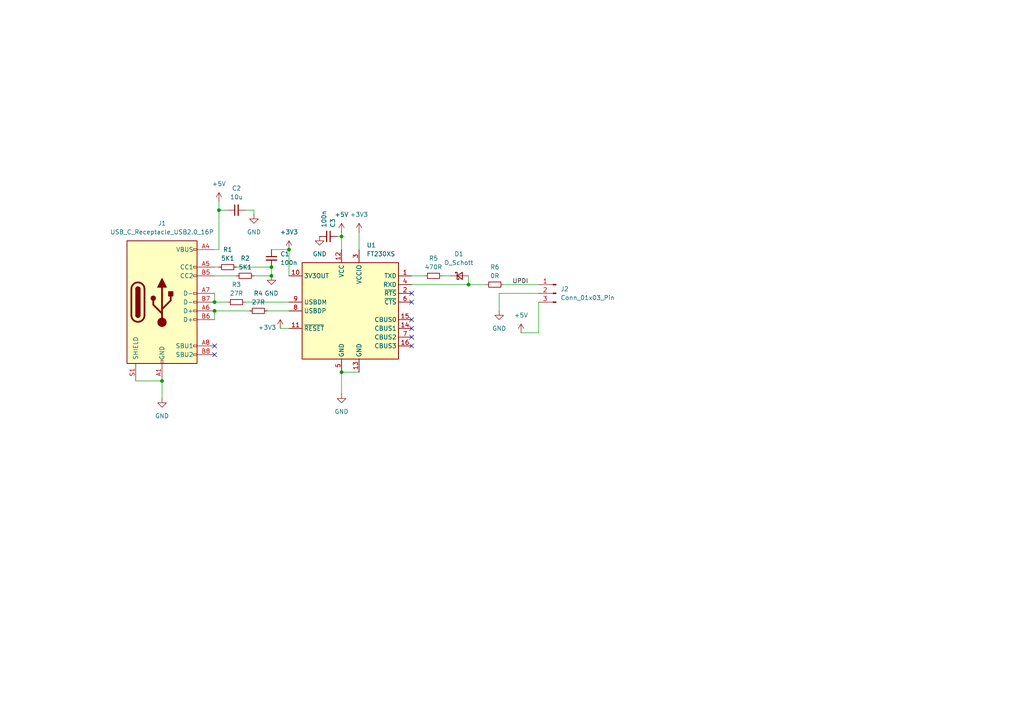
<source format=kicad_sch>
(kicad_sch (version 20231120) (generator "eeschema") (generator_version "8.0")
  (paper "A4")
  (lib_symbols
    (symbol "Connector:Conn_01x03_Pin" (pin_names (offset 1.016) hide)
      (property "Reference" "J" (at 0 5.08 0))
      (property "Value" "Conn_01x03_Pin" (at 0 -5.08 0))
      (symbol "Conn_01x03_Pin_1_1"
        (polyline (pts (xy 1.27 -2.54) (xy 0.8636 -2.54)) (stroke (width 0.1524)))
        (polyline (pts (xy 1.27 0) (xy 0.8636 0)) (stroke (width 0.1524)))
        (polyline (pts (xy 1.27 2.54) (xy 0.8636 2.54)) (stroke (width 0.1524)))
        (rectangle (start 0.8636 -2.413) (end 0 -2.667) (stroke (width 0.1524)) (fill (type outline)))
        (rectangle (start 0.8636 0.127) (end 0 -0.127) (stroke (width 0.1524)) (fill (type outline)))
        (rectangle (start 0.8636 2.667) (end 0 2.413) (stroke (width 0.1524)) (fill (type outline)))
        (pin passive line (at 5.08 2.54 180) (length 3.81) (name "Pin_1") (number "1"))
        (pin passive line (at 5.08 0 180) (length 3.81) (name "Pin_2") (number "2"))
        (pin passive line (at 5.08 -2.54 180) (length 3.81) (name "Pin_3") (number "3"))
      )
    )
    (symbol "Connector:USB_C_Receptacle_USB2.0_16P" (pin_names (offset 1.016))
      (property "Reference" "J" (at 0 22.225 0))
      (property "Value" "USB_C_Receptacle_USB2.0_16P" (at 0 19.685 0))
      (symbol "USB_C_Receptacle_USB2.0_16P_0_0"
        (rectangle (start -0.254 -17.78) (end 0.254 -16.764))
        (rectangle (start 10.16 -14.986) (end 9.144 -15.494))
        (rectangle (start 10.16 -12.446) (end 9.144 -12.954))
        (rectangle (start 10.16 -4.826) (end 9.144 -5.334))
        (rectangle (start 10.16 -2.286) (end 9.144 -2.794))
        (rectangle (start 10.16 0.254) (end 9.144 -0.254))
        (rectangle (start 10.16 2.794) (end 9.144 2.286))
        (rectangle (start 10.16 7.874) (end 9.144 7.366))
        (rectangle (start 10.16 10.414) (end 9.144 9.906))
        (rectangle (start 10.16 15.494) (end 9.144 14.986))
      )
      (symbol "USB_C_Receptacle_USB2.0_16P_0_1"
        (rectangle (start -10.16 17.78) (end 10.16 -17.78) (stroke (width 0.254)) (fill (type background)))
        (arc (start -8.89 -3.81) (mid -6.985 -5.7067) (end -5.08 -3.81) (stroke (width 0.508)))
        (arc (start -7.62 -3.81) (mid -6.985 -4.4423) (end -6.35 -3.81) (stroke (width 0.254)))
        (arc (start -7.62 -3.81) (mid -6.985 -4.4423) (end -6.35 -3.81) (stroke (width 0.254)) (fill (type outline)))
        (rectangle (start -7.62 -3.81) (end -6.35 3.81) (stroke (width 0.254)) (fill (type outline)))
        (arc (start -6.35 3.81) (mid -6.985 4.4423) (end -7.62 3.81) (stroke (width 0.254)))
        (arc (start -6.35 3.81) (mid -6.985 4.4423) (end -7.62 3.81) (stroke (width 0.254)) (fill (type outline)))
        (arc (start -5.08 3.81) (mid -6.985 5.7067) (end -8.89 3.81) (stroke (width 0.508)))
        (circle (center -2.54 1.143) (radius 0.635) (stroke (width 0.254)) (fill (type outline)))
        (circle (center 0 -5.842) (radius 1.27) (fill (type outline)))
        (polyline (pts (xy -8.89 -3.81) (xy -8.89 3.81)) (stroke (width 0.508)))
        (polyline (pts (xy -5.08 3.81) (xy -5.08 -3.81)) (stroke (width 0.508)))
        (polyline (pts (xy 0 -5.842) (xy 0 4.318)) (stroke (width 0.508)))
        (polyline (pts (xy 0 -3.302) (xy -2.54 -0.762) (xy -2.54 0.508)) (stroke (width 0.508)))
        (polyline (pts (xy 0 -2.032) (xy 2.54 0.508) (xy 2.54 1.778)) (stroke (width 0.508)))
        (polyline (pts (xy -1.27 4.318) (xy 0 6.858) (xy 1.27 4.318) (xy -1.27 4.318)) (stroke (width 0.254)) (fill (type outline)))
        (rectangle (start 1.905 1.778) (end 3.175 3.048) (stroke (width 0.254)) (fill (type outline)))
      )
      (symbol "USB_C_Receptacle_USB2.0_16P_1_1"
        (pin passive line (at 0 -22.86 90) (length 5.08) (name "GND") (number "A1"))
        (pin passive line (at 0 -22.86 90) (length 5.08) hide (name "GND") (number "A12"))
        (pin passive line (at 15.24 15.24 180) (length 5.08) (name "VBUS") (number "A4"))
        (pin bidirectional line (at 15.24 10.16 180) (length 5.08) (name "CC1") (number "A5"))
        (pin bidirectional line (at 15.24 -2.54 180) (length 5.08) (name "D+") (number "A6"))
        (pin bidirectional line (at 15.24 2.54 180) (length 5.08) (name "D-") (number "A7"))
        (pin bidirectional line (at 15.24 -12.7 180) (length 5.08) (name "SBU1") (number "A8"))
        (pin passive line (at 15.24 15.24 180) (length 5.08) hide (name "VBUS") (number "A9"))
        (pin passive line (at 0 -22.86 90) (length 5.08) hide (name "GND") (number "B1"))
        (pin passive line (at 0 -22.86 90) (length 5.08) hide (name "GND") (number "B12"))
        (pin passive line (at 15.24 15.24 180) (length 5.08) hide (name "VBUS") (number "B4"))
        (pin bidirectional line (at 15.24 7.62 180) (length 5.08) (name "CC2") (number "B5"))
        (pin bidirectional line (at 15.24 -5.08 180) (length 5.08) (name "D+") (number "B6"))
        (pin bidirectional line (at 15.24 0 180) (length 5.08) (name "D-") (number "B7"))
        (pin bidirectional line (at 15.24 -15.24 180) (length 5.08) (name "SBU2") (number "B8"))
        (pin passive line (at 15.24 15.24 180) (length 5.08) hide (name "VBUS") (number "B9"))
        (pin passive line (at -7.62 -22.86 90) (length 5.08) (name "SHIELD") (number "S1"))
      )
    )
    (symbol "Device:C_Small" (pin_numbers hide) (pin_names (offset 0.254) hide)
      (property "Reference" "C" (at 0.254 1.778 0))
      (property "Value" "C_Small" (at 0.254 -2.032 0))
      (symbol "C_Small_0_1"
        (polyline (pts (xy -1.524 -0.508) (xy 1.524 -0.508)) (stroke (width 0.3302)))
        (polyline (pts (xy -1.524 0.508) (xy 1.524 0.508)) (stroke (width 0.3048)))
      )
      (symbol "C_Small_1_1"
        (pin passive line (at 0 2.54 270) (length 2.032) (name "~") (number "1"))
        (pin passive line (at 0 -2.54 90) (length 2.032) (name "~") (number "2"))
      )
    )
    (symbol "Device:D_Schottky_Small" (pin_numbers hide) (pin_names (offset 0.254) hide)
      (property "Reference" "D" (at -1.27 2.032 0))
      (property "Value" "D_Schottky_Small" (at -7.112 -2.032 0))
      (symbol "D_Schottky_Small_0_1"
        (polyline (pts (xy -0.762 0) (xy 0.762 0)))
        (polyline (pts (xy 0.762 -1.016) (xy -0.762 0) (xy 0.762 1.016) (xy 0.762 -1.016)) (stroke (width 0.254)))
        (polyline (pts (xy -1.27 0.762) (xy -1.27 1.016) (xy -0.762 1.016) (xy -0.762 -1.016) (xy -0.254 -1.016) (xy -0.254 -0.762)) (stroke (width 0.254)))
      )
      (symbol "D_Schottky_Small_1_1"
        (pin passive line (at -2.54 0 0) (length 1.778) (name "K") (number "1"))
        (pin passive line (at 2.54 0 180) (length 1.778) (name "A") (number "2"))
      )
    )
    (symbol "Device:R_Small" (pin_numbers hide) (pin_names (offset 0.254) hide)
      (property "Reference" "R" (at 0.762 0.508 0))
      (property "Value" "R_Small" (at 0.762 -1.016 0))
      (symbol "R_Small_0_1"
        (rectangle (start -0.762 1.778) (end 0.762 -1.778) (stroke (width 0.2032)))
      )
      (symbol "R_Small_1_1"
        (pin passive line (at 0 2.54 270) (length 0.762) (name "~") (number "1"))
        (pin passive line (at 0 -2.54 90) (length 0.762) (name "~") (number "2"))
      )
    )
    (symbol "Interface_USB:FT230XS"
      (property "Reference" "U" (at -13.97 15.24 0))
      (property "Value" "FT230XS" (at 7.62 15.24 0))
      (symbol "FT230XS_0_1"
        (rectangle (start -13.97 13.97) (end 13.97 -13.97) (stroke (width 0.254)) (fill (type background)))
      )
      (symbol "FT230XS_1_1"
        (pin output line (at 17.78 10.16 180) (length 3.81) (name "TXD") (number "1"))
        (pin power_out line (at -17.78 10.16 0) (length 3.81) (name "3V3OUT") (number "10"))
        (pin input line (at -17.78 -5.08 0) (length 3.81) (name "~{RESET}") (number "11"))
        (pin power_in line (at -2.54 17.78 270) (length 3.81) (name "VCC") (number "12"))
        (pin power_in line (at 2.54 -17.78 90) (length 3.81) (name "GND") (number "13"))
        (pin bidirectional line (at 17.78 -5.08 180) (length 3.81) (name "CBUS1") (number "14"))
        (pin bidirectional line (at 17.78 -2.54 180) (length 3.81) (name "CBUS0") (number "15"))
        (pin bidirectional line (at 17.78 -10.16 180) (length 3.81) (name "CBUS3") (number "16"))
        (pin output line (at 17.78 5.08 180) (length 3.81) (name "~{RTS}") (number "2"))
        (pin power_in line (at 2.54 17.78 270) (length 3.81) (name "VCCIO") (number "3"))
        (pin input line (at 17.78 7.62 180) (length 3.81) (name "RXD") (number "4"))
        (pin power_in line (at -2.54 -17.78 90) (length 3.81) (name "GND") (number "5"))
        (pin input line (at 17.78 2.54 180) (length 3.81) (name "~{CTS}") (number "6"))
        (pin bidirectional line (at 17.78 -7.62 180) (length 3.81) (name "CBUS2") (number "7"))
        (pin bidirectional line (at -17.78 0 0) (length 3.81) (name "USBDP") (number "8"))
        (pin bidirectional line (at -17.78 2.54 0) (length 3.81) (name "USBDM") (number "9"))
      )
    )
    (symbol "power:+3V3" (power) (pin_numbers hide) (pin_names (offset 0) hide)
      (property "Value" "+3V3" (at 0 3.556 0))
      (symbol "+3V3_0_1"
        (polyline (pts (xy -0.762 1.27) (xy 0 2.54)))
        (polyline (pts (xy 0 0) (xy 0 2.54)))
        (polyline (pts (xy 0 2.54) (xy 0.762 1.27)))
      )
      (symbol "+3V3_1_1"
        (pin power_in line (at 0 0 90) (length 0) (name "~") (number "1"))
      )
    )
    (symbol "power:+5V" (power) (pin_numbers hide) (pin_names (offset 0) hide)
      (property "Value" "+5V" (at 0 3.556 0))
      (symbol "+5V_0_1"
        (polyline (pts (xy -0.762 1.27) (xy 0 2.54)))
        (polyline (pts (xy 0 0) (xy 0 2.54)))
        (polyline (pts (xy 0 2.54) (xy 0.762 1.27)))
      )
      (symbol "+5V_1_1"
        (pin power_in line (at 0 0 90) (length 0) (name "~") (number "1"))
      )
    )
    (symbol "power:GND" (power) (pin_numbers hide) (pin_names (offset 0) hide)
      (property "Value" "GND" (at 0 -3.81 0))
      (symbol "GND_0_1"
        (polyline (pts (xy 0 0) (xy 0 -1.27) (xy 1.27 -1.27) (xy 0 -2.54) (xy -1.27 -1.27) (xy 0 -1.27)))
      )
      (symbol "GND_1_1"
        (pin power_in line (at 0 0 270) (length 0) (name "~") (number "1"))
      )
    )
  )
  (junction (at 62.23 90.17))
  (junction (at 135.89 82.55))
  (junction (at 63.5 60.96))
  (junction (at 99.06 68.58))
  (junction (at 78.74 80.01))
  (junction (at 46.99 110.49))
  (junction (at 62.23 87.63))
  (junction (at 99.06 107.95))
  (junction (at 78.74 77.47))
  (junction (at 83.82 72.39))
  (no_connect (at 119.38 97.79))
  (no_connect (at 119.38 92.71))
  (no_connect (at 119.38 85.09))
  (no_connect (at 62.23 100.33))
  (no_connect (at 119.38 95.25))
  (no_connect (at 119.38 100.33))
  (no_connect (at 62.23 102.87))
  (no_connect (at 119.38 87.63))
  (wire (pts (xy 146.05 82.55) (xy 156.21 82.55)))
  (wire (pts (xy 73.66 62.23) (xy 73.66 60.96)))
  (wire (pts (xy 144.78 90.17) (xy 144.78 85.09)))
  (wire (pts (xy 39.37 110.49) (xy 46.99 110.49)))
  (wire (pts (xy 73.66 80.01) (xy 78.74 80.01)))
  (wire (pts (xy 62.23 80.01) (xy 68.58 80.01)))
  (wire (pts (xy 83.82 80.01) (xy 83.82 72.39)))
  (wire (pts (xy 144.78 85.09) (xy 156.21 85.09)))
  (wire (pts (xy 97.79 68.58) (xy 99.06 68.58)))
  (wire (pts (xy 99.06 107.95) (xy 99.06 114.3)))
  (wire (pts (xy 63.5 60.96) (xy 66.04 60.96)))
  (wire (pts (xy 78.74 72.39) (xy 83.82 72.39)))
  (wire (pts (xy 73.66 60.96) (xy 71.12 60.96)))
  (wire (pts (xy 62.23 90.17) (xy 72.39 90.17)))
  (wire (pts (xy 81.28 95.25) (xy 83.82 95.25)))
  (wire (pts (xy 62.23 85.09) (xy 62.23 87.63)))
  (wire (pts (xy 62.23 90.17) (xy 62.23 92.71)))
  (wire (pts (xy 68.58 77.47) (xy 78.74 77.47)))
  (wire (pts (xy 62.23 87.63) (xy 66.04 87.63)))
  (wire (pts (xy 71.12 87.63) (xy 83.82 87.63)))
  (wire (pts (xy 99.06 67.31) (xy 99.06 68.58)))
  (wire (pts (xy 78.74 77.47) (xy 78.74 80.01)))
  (wire (pts (xy 63.5 60.96) (xy 63.5 58.42)))
  (wire (pts (xy 135.89 80.01) (xy 135.89 82.55)))
  (wire (pts (xy 104.14 67.31) (xy 104.14 72.39)))
  (wire (pts (xy 99.06 68.58) (xy 99.06 72.39)))
  (wire (pts (xy 99.06 107.95) (xy 104.14 107.95)))
  (wire (pts (xy 119.38 82.55) (xy 135.89 82.55)))
  (wire (pts (xy 62.23 77.47) (xy 63.5 77.47)))
  (wire (pts (xy 128.27 80.01) (xy 130.81 80.01)))
  (wire (pts (xy 77.47 90.17) (xy 83.82 90.17)))
  (wire (pts (xy 46.99 110.49) (xy 46.99 115.57)))
  (wire (pts (xy 62.23 72.39) (xy 63.5 72.39)))
  (wire (pts (xy 156.21 96.52) (xy 156.21 87.63)))
  (wire (pts (xy 151.13 96.52) (xy 156.21 96.52)))
  (wire (pts (xy 63.5 60.96) (xy 63.5 72.39)))
  (wire (pts (xy 135.89 82.55) (xy 140.97 82.55)))
  (wire (pts (xy 119.38 80.01) (xy 123.19 80.01)))
  (label "UPDI" (at 148.59 82.55 0))
  (symbol (lib_id "Device:C_Small") (at 68.58 60.96 90) (unit 1)
    (property "Reference" "C2" (at 68.5863 54.61 90))
    (property "Value" "10u" (at 68.5863 57.15 90))
    (property "Footprint" "Capacitor_SMD:C_0805_2012Metric" (effects (hide yes)))
    (property "Description" "Unpolarized capacitor, small symbol" (effects (hide yes)))
  )
  (symbol (lib_id "power:+5V") (at 99.06 67.31 0) (unit 1)
    (property "Reference" "#PWR02" (effects (hide yes)))
    (property "Value" "+5V" (at 99.06 62.23 0))
    (property "Description" "Power symbol creates a global label with name \"+5V\"" (effects (hide yes)))
  )
  (symbol (lib_id "Device:R_Small") (at 143.51 82.55 90) (unit 1)
    (property "Reference" "R6" (at 143.51 77.47 90))
    (property "Value" "0R" (at 143.51 80.01 90))
    (property "Footprint" "Resistor_SMD:R_0603_1608Metric" (effects (hide yes)))
    (property "Description" "Resistor, small symbol" (effects (hide yes)))
  )
  (symbol (lib_id "Connector:USB_C_Receptacle_USB2.0_16P") (at 46.99 87.63 0) (unit 1)
    (property "Reference" "J1" (at 46.99 64.77 0))
    (property "Value" "USB_C_Receptacle_USB2.0_16P" (at 46.99 67.31 0))
    (property "Footprint" "Connector_USB:USB_C_Receptacle_HRO_TYPE-C-31-M-12" (effects (hide yes)))
    (property "Datasheet" "https://www.usb.org/sites/default/files/documents/usb_type-c.zip" (effects (hide yes)))
    (property "Description" "USB 2.0-only 16P Type-C Receptacle connector" (effects (hide yes)))
  )
  (symbol (lib_id "power:GND") (at 73.66 62.23 0) (unit 1)
    (property "Reference" "#PWR09" (effects (hide yes)))
    (property "Value" "GND" (at 73.66 67.31 0))
    (property "Description" "Power symbol creates a global label with name \"GND\" , ground" (effects (hide yes)))
  )
  (symbol (lib_id "Device:R_Small") (at 125.73 80.01 90) (unit 1)
    (property "Reference" "R5" (at 125.73 74.93 90))
    (property "Value" "470R" (at 125.73 77.47 90))
    (property "Footprint" "Resistor_SMD:R_0603_1608Metric" (effects (hide yes)))
    (property "Description" "Resistor, small symbol" (effects (hide yes)))
  )
  (symbol (lib_id "Device:R_Small") (at 68.58 87.63 90) (unit 1)
    (property "Reference" "R3" (at 68.58 82.55 90))
    (property "Value" "27R" (at 68.58 85.09 90))
    (property "Footprint" "Resistor_SMD:R_0603_1608Metric" (effects (hide yes)))
    (property "Description" "Resistor, small symbol" (effects (hide yes)))
  )
  (symbol (lib_id "power:+5V") (at 151.13 96.52 0) (unit 1)
    (property "Reference" "#PWR011" (effects (hide yes)))
    (property "Value" "+5V" (at 151.13 91.44 0))
    (property "Description" "Power symbol creates a global label with name \"+5V\"" (effects (hide yes)))
  )
  (symbol (lib_id "power:+3V3") (at 104.14 67.31 0) (unit 1)
    (property "Reference" "#PWR04" (effects (hide yes)))
    (property "Value" "+3V3" (at 104.14 62.23 0))
    (property "Description" "Power symbol creates a global label with name \"+3V3\"" (effects (hide yes)))
  )
  (symbol (lib_id "Device:D_Schottky_Small") (at 133.35 80.01 0) (unit 1)
    (property "Reference" "D1" (at 133.096 73.66 0))
    (property "Value" "D_Schott" (at 133.096 76.2 0))
    (property "Footprint" "Diode_SMD:D_SOD-323_HandSoldering" (effects (hide yes)))
    (property "Description" "Schottky diode, small symbol" (effects (hide yes)))
  )
  (symbol (lib_id "Device:R_Small") (at 71.12 80.01 90) (unit 1)
    (property "Reference" "R2" (at 71.12 74.93 90))
    (property "Value" "5K1" (at 71.12 77.47 90))
    (property "Footprint" "Resistor_SMD:R_0603_1608Metric" (effects (hide yes)))
    (property "Description" "Resistor, small symbol" (effects (hide yes)))
  )
  (symbol (lib_id "Device:C_Small") (at 95.25 68.58 270) (mirror x) (unit 1)
    (property "Reference" "C3" (at 96.5138 66.04 0) (effects (justify left)))
    (property "Value" "100n" (at 93.9738 66.04 0) (effects (justify left)))
    (property "Footprint" "Capacitor_SMD:C_0603_1608Metric" (effects (hide yes)))
    (property "Description" "Unpolarized capacitor, small symbol" (effects (hide yes)))
  )
  (symbol (lib_id "power:GND") (at 78.74 80.01 0) (unit 1)
    (property "Reference" "#PWR08" (effects (hide yes)))
    (property "Value" "GND" (at 78.74 85.09 0))
    (property "Description" "Power symbol creates a global label with name \"GND\" , ground" (effects (hide yes)))
  )
  (symbol (lib_id "power:+3V3") (at 83.82 72.39 0) (unit 1)
    (property "Reference" "#PWR03" (effects (hide yes)))
    (property "Value" "+3V3" (at 83.82 67.31 0))
    (property "Description" "Power symbol creates a global label with name \"+3V3\"" (effects (hide yes)))
  )
  (symbol (lib_id "Device:C_Small") (at 78.74 74.93 0) (unit 1)
    (property "Reference" "C1" (at 81.28 73.6662 0) (effects (justify left)))
    (property "Value" "100n" (at 81.28 76.2062 0) (effects (justify left)))
    (property "Footprint" "Capacitor_SMD:C_0603_1608Metric" (effects (hide yes)))
    (property "Description" "Unpolarized capacitor, small symbol" (effects (hide yes)))
  )
  (symbol (lib_id "Device:R_Small") (at 74.93 90.17 90) (unit 1)
    (property "Reference" "R4" (at 74.93 85.09 90))
    (property "Value" "27R" (at 74.93 87.63 90))
    (property "Footprint" "Resistor_SMD:R_0603_1608Metric" (effects (hide yes)))
    (property "Description" "Resistor, small symbol" (effects (hide yes)))
  )
  (symbol (lib_id "power:GND") (at 99.06 114.3 0) (unit 1)
    (property "Reference" "#PWR06" (effects (hide yes)))
    (property "Value" "GND" (at 99.06 119.38 0))
    (property "Description" "Power symbol creates a global label with name \"GND\" , ground" (effects (hide yes)))
  )
  (symbol (lib_id "power:+3V3") (at 81.28 95.25 0) (unit 1)
    (property "Reference" "#PWR05" (effects (hide yes)))
    (property "Value" "+3V3" (at 77.47 94.996 0))
    (property "Description" "Power symbol creates a global label with name \"+3V3\"" (effects (hide yes)))
  )
  (symbol (lib_id "power:+5V") (at 63.5 58.42 0) (unit 1)
    (property "Reference" "#PWR01" (effects (hide yes)))
    (property "Value" "+5V" (at 63.5 53.34 0))
    (property "Description" "Power symbol creates a global label with name \"+5V\"" (effects (hide yes)))
  )
  (symbol (lib_id "power:GND") (at 144.78 90.17 0) (unit 1)
    (property "Reference" "#PWR010" (effects (hide yes)))
    (property "Value" "GND" (at 144.78 95.25 0))
    (property "Description" "Power symbol creates a global label with name \"GND\" , ground" (effects (hide yes)))
  )
  (symbol (lib_id "Interface_USB:FT230XS") (at 101.6 90.17 0) (unit 1)
    (property "Reference" "U1" (at 106.3341 71.12 0) (effects (justify left)))
    (property "Value" "FT230XS" (at 106.3341 73.66 0) (effects (justify left)))
    (property "Footprint" "Package_SO:SSOP-16_3.9x4.9mm_P0.635mm" (effects (hide yes)))
    (property "Datasheet" "https://www.ftdichip.com/Support/Documents/DataSheets/ICs/DS_FT230X.pdf" (effects (hide yes)))
    (property "Description" "Full Speed USB to Basic UART, SSOP-16" (effects (hide yes)))
  )
  (symbol (lib_id "power:GND") (at 46.99 115.57 0) (unit 1)
    (property "Reference" "#PWR07" (effects (hide yes)))
    (property "Value" "GND" (at 46.99 120.65 0))
    (property "Description" "Power symbol creates a global label with name \"GND\" , ground" (effects (hide yes)))
  )
  (symbol (lib_id "Device:R_Small") (at 66.04 77.47 90) (unit 1)
    (property "Reference" "R1" (at 66.04 72.39 90))
    (property "Value" "5K1" (at 66.04 74.93 90))
    (property "Footprint" "Resistor_SMD:R_0603_1608Metric" (effects (hide yes)))
    (property "Description" "Resistor, small symbol" (effects (hide yes)))
  )
  (symbol (lib_id "power:GND") (at 92.71 68.58 0) (unit 1)
    (property "Reference" "#PWR012" (effects (hide yes)))
    (property "Value" "GND" (at 92.71 73.66 0))
    (property "Description" "Power symbol creates a global label with name \"GND\" , ground" (effects (hide yes)))
  )
  (symbol (lib_id "Connector:Conn_01x03_Pin") (at 161.29 85.09 0) (mirror y) (unit 1)
    (property "Reference" "J2" (at 162.56 83.8199 0) (effects (justify right)))
    (property "Value" "Conn_01x03_Pin" (at 162.56 86.3599 0) (effects (justify right)))
    (property "Footprint" "Connector_PinHeader_2.54mm:PinHeader_1x03_P2.54mm_Vertical" (effects (hide yes)))
    (property "Description" "Generic connector, single row, 01x03, script generated" (effects (hide yes)))
  )
)
</source>
